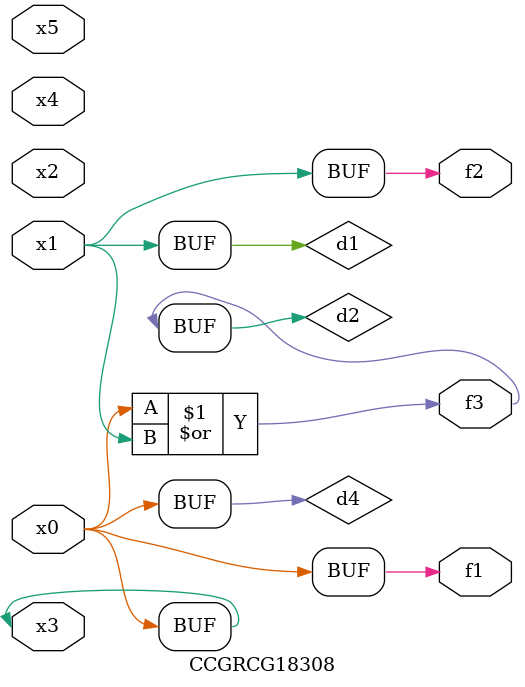
<source format=v>
module CCGRCG18308(
	input x0, x1, x2, x3, x4, x5,
	output f1, f2, f3
);

	wire d1, d2, d3, d4;

	and (d1, x1);
	or (d2, x0, x1);
	nand (d3, x0, x5);
	buf (d4, x0, x3);
	assign f1 = d4;
	assign f2 = d1;
	assign f3 = d2;
endmodule

</source>
